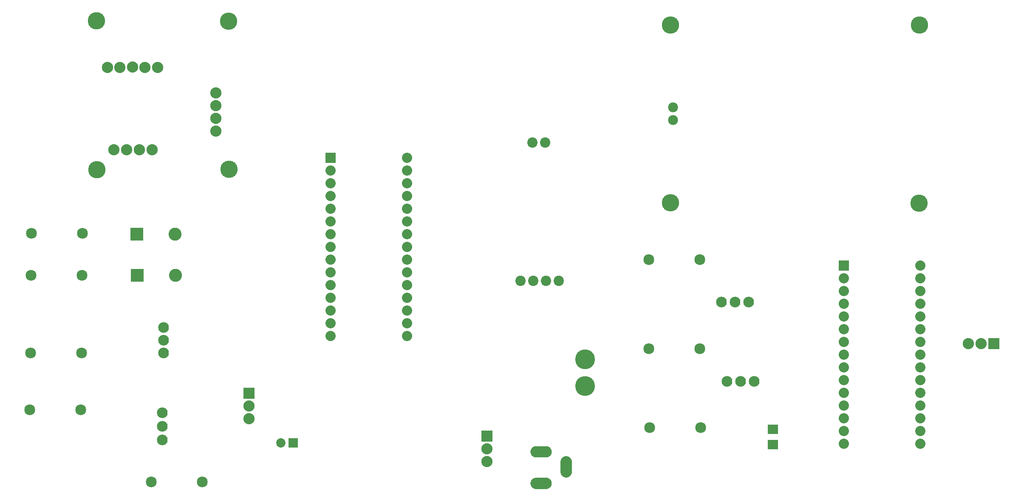
<source format=gts>
G04 MADE WITH FRITZING*
G04 WWW.FRITZING.ORG*
G04 DOUBLE SIDED*
G04 HOLES PLATED*
G04 CONTOUR ON CENTER OF CONTOUR VECTOR*
%ASAXBY*%
%FSLAX23Y23*%
%MOIN*%
%OFA0B0*%
%SFA1.0B1.0*%
%ADD10C,0.072992*%
%ADD11C,0.155600*%
%ADD12C,0.088000*%
%ADD13C,0.102000*%
%ADD14C,0.080000*%
%ADD15C,0.085000*%
%ADD16C,0.084000*%
%ADD17C,0.081195*%
%ADD18C,0.077639*%
%ADD19C,0.088740*%
%ADD20C,0.135984*%
%ADD21R,0.072992X0.072992*%
%ADD22R,0.088000X0.088000*%
%ADD23R,0.084803X0.072992*%
%ADD24R,0.102000X0.102000*%
%ADD25R,0.079972X0.080000*%
%ADD26R,0.001000X0.001000*%
%LNMASK1*%
G90*
G70*
G54D10*
X2250Y507D03*
X2151Y507D03*
G54D11*
X4538Y953D03*
X4538Y1163D03*
G54D12*
X7747Y1286D03*
X7647Y1286D03*
X7547Y1286D03*
X7747Y1286D03*
X7647Y1286D03*
X7547Y1286D03*
G54D13*
X1025Y1821D03*
X1325Y1821D03*
X1022Y2145D03*
X1322Y2145D03*
G54D14*
X6569Y1899D03*
X6569Y1799D03*
X6569Y1699D03*
X6569Y1599D03*
X6569Y1499D03*
X6569Y1399D03*
X6569Y1299D03*
X6569Y1199D03*
X6569Y1099D03*
X6569Y999D03*
X6569Y899D03*
X6569Y799D03*
X6569Y699D03*
X6569Y599D03*
X6569Y499D03*
X7169Y1899D03*
X7169Y1799D03*
X7169Y1699D03*
X7169Y1599D03*
X7169Y1499D03*
X7169Y1399D03*
X7169Y1299D03*
X7169Y1199D03*
X7169Y1099D03*
X7169Y999D03*
X7169Y899D03*
X7169Y799D03*
X7169Y699D03*
X7169Y599D03*
X7169Y499D03*
X2541Y2745D03*
X2541Y2645D03*
X2541Y2545D03*
X2541Y2445D03*
X2541Y2345D03*
X2541Y2245D03*
X2541Y2145D03*
X2541Y2045D03*
X2541Y1945D03*
X2541Y1845D03*
X2541Y1745D03*
X2541Y1645D03*
X2541Y1545D03*
X2541Y1445D03*
X2541Y1345D03*
X3141Y2745D03*
X3141Y2645D03*
X3141Y2545D03*
X3141Y2445D03*
X3141Y2345D03*
X3141Y2245D03*
X3141Y2145D03*
X3141Y2045D03*
X3141Y1945D03*
X3141Y1845D03*
X3141Y1745D03*
X3141Y1645D03*
X3141Y1545D03*
X3141Y1445D03*
X3141Y1345D03*
G54D15*
X183Y764D03*
X583Y764D03*
X193Y1821D03*
X593Y1821D03*
X196Y2153D03*
X596Y2153D03*
X189Y1212D03*
X589Y1212D03*
X5040Y1247D03*
X5440Y1247D03*
X5045Y626D03*
X5445Y626D03*
X5038Y1944D03*
X5438Y1944D03*
X1136Y199D03*
X1536Y199D03*
G54D16*
X5865Y988D03*
X5758Y988D03*
X5651Y988D03*
X5865Y988D03*
X5758Y988D03*
X5651Y988D03*
X5823Y1611D03*
X5716Y1611D03*
X5609Y1611D03*
X5823Y1611D03*
X5716Y1611D03*
X5609Y1611D03*
X1221Y742D03*
X1221Y635D03*
X1221Y528D03*
X1221Y742D03*
X1221Y635D03*
X1221Y528D03*
X1233Y1411D03*
X1233Y1311D03*
X1233Y1211D03*
X1233Y1411D03*
X1233Y1311D03*
X1233Y1211D03*
G54D12*
X1904Y896D03*
X1904Y796D03*
X1904Y696D03*
X843Y2808D03*
X943Y2808D03*
X1043Y2808D03*
X1143Y2808D03*
X1642Y2957D03*
X1642Y3057D03*
X1642Y3157D03*
X1642Y3257D03*
X791Y3457D03*
X889Y3457D03*
X988Y3458D03*
X1086Y3457D03*
X1185Y3457D03*
X3769Y560D03*
X3769Y460D03*
X3769Y360D03*
G54D17*
X4032Y1778D03*
X4132Y1778D03*
X4232Y1778D03*
X4332Y1778D03*
X4125Y2865D03*
X4225Y2865D03*
G54D18*
X5230Y3043D03*
X5230Y3143D03*
G54D19*
X4194Y435D03*
X4194Y187D03*
X4391Y317D03*
X4194Y435D03*
X4194Y187D03*
X4391Y317D03*
G54D20*
X1747Y2654D03*
X708Y2652D03*
X706Y3823D03*
X7161Y3789D03*
X1744Y3819D03*
X5208Y3790D03*
X7158Y2390D03*
X5209Y2392D03*
G54D21*
X2250Y507D03*
G54D22*
X7747Y1286D03*
X7747Y1286D03*
G54D23*
X6012Y613D03*
X6012Y491D03*
G54D24*
X1025Y1821D03*
X1022Y2145D03*
G54D25*
X6569Y1899D03*
X2541Y2745D03*
G54D22*
X1904Y896D03*
X3769Y560D03*
G54D26*
X4149Y479D02*
X4239Y479D01*
X4144Y478D02*
X4244Y478D01*
X4141Y477D02*
X4248Y477D01*
X4138Y476D02*
X4250Y476D01*
X4136Y475D02*
X4252Y475D01*
X4134Y474D02*
X4255Y474D01*
X4133Y473D02*
X4256Y473D01*
X4131Y472D02*
X4258Y472D01*
X4130Y471D02*
X4259Y471D01*
X4128Y470D02*
X4261Y470D01*
X4127Y469D02*
X4262Y469D01*
X4126Y468D02*
X4263Y468D01*
X4125Y467D02*
X4264Y467D01*
X4124Y466D02*
X4265Y466D01*
X4123Y465D02*
X4266Y465D01*
X4122Y464D02*
X4267Y464D01*
X4121Y463D02*
X4268Y463D01*
X4120Y462D02*
X4268Y462D01*
X4120Y461D02*
X4269Y461D01*
X4119Y460D02*
X4270Y460D01*
X4118Y459D02*
X4271Y459D01*
X4118Y458D02*
X4271Y458D01*
X4117Y457D02*
X4272Y457D01*
X4116Y456D02*
X4272Y456D01*
X4116Y455D02*
X4273Y455D01*
X4116Y454D02*
X4273Y454D01*
X4115Y453D02*
X4274Y453D01*
X4115Y452D02*
X4274Y452D01*
X4114Y451D02*
X4275Y451D01*
X4114Y450D02*
X4275Y450D01*
X4113Y449D02*
X4189Y449D01*
X4200Y449D02*
X4275Y449D01*
X4113Y448D02*
X4187Y448D01*
X4202Y448D02*
X4276Y448D01*
X4113Y447D02*
X4185Y447D01*
X4204Y447D02*
X4276Y447D01*
X4113Y446D02*
X4184Y446D01*
X4205Y446D02*
X4276Y446D01*
X4112Y445D02*
X4183Y445D01*
X4206Y445D02*
X4276Y445D01*
X4112Y444D02*
X4182Y444D01*
X4207Y444D02*
X4277Y444D01*
X4112Y443D02*
X4181Y443D01*
X4207Y443D02*
X4277Y443D01*
X4112Y442D02*
X4181Y442D01*
X4208Y442D02*
X4277Y442D01*
X4112Y441D02*
X4180Y441D01*
X4208Y441D02*
X4277Y441D01*
X4111Y440D02*
X4180Y440D01*
X4209Y440D02*
X4277Y440D01*
X4111Y439D02*
X4180Y439D01*
X4209Y439D02*
X4277Y439D01*
X4111Y438D02*
X4179Y438D01*
X4209Y438D02*
X4277Y438D01*
X4111Y437D02*
X4179Y437D01*
X4209Y437D02*
X4278Y437D01*
X4111Y436D02*
X4179Y436D01*
X4210Y436D02*
X4278Y436D01*
X4111Y435D02*
X4179Y435D01*
X4210Y435D02*
X4278Y435D01*
X4111Y434D02*
X4179Y434D01*
X4209Y434D02*
X4278Y434D01*
X4111Y433D02*
X4179Y433D01*
X4209Y433D02*
X4278Y433D01*
X4111Y432D02*
X4180Y432D01*
X4209Y432D02*
X4277Y432D01*
X4111Y431D02*
X4180Y431D01*
X4209Y431D02*
X4277Y431D01*
X4112Y430D02*
X4180Y430D01*
X4209Y430D02*
X4277Y430D01*
X4112Y429D02*
X4181Y429D01*
X4208Y429D02*
X4277Y429D01*
X4112Y428D02*
X4181Y428D01*
X4208Y428D02*
X4277Y428D01*
X4112Y427D02*
X4182Y427D01*
X4207Y427D02*
X4277Y427D01*
X4112Y426D02*
X4182Y426D01*
X4206Y426D02*
X4277Y426D01*
X4112Y425D02*
X4183Y425D01*
X4205Y425D02*
X4276Y425D01*
X4113Y424D02*
X4184Y424D01*
X4204Y424D02*
X4276Y424D01*
X4113Y423D02*
X4186Y423D01*
X4203Y423D02*
X4276Y423D01*
X4113Y422D02*
X4187Y422D01*
X4201Y422D02*
X4276Y422D01*
X4114Y421D02*
X4190Y421D01*
X4199Y421D02*
X4275Y421D01*
X4114Y420D02*
X4275Y420D01*
X4114Y419D02*
X4274Y419D01*
X4115Y418D02*
X4274Y418D01*
X4115Y417D02*
X4274Y417D01*
X4116Y416D02*
X4273Y416D01*
X4116Y415D02*
X4273Y415D01*
X4117Y414D02*
X4272Y414D01*
X4117Y413D02*
X4272Y413D01*
X4118Y412D02*
X4271Y412D01*
X4118Y411D02*
X4270Y411D01*
X4119Y410D02*
X4270Y410D01*
X4120Y409D02*
X4269Y409D01*
X4121Y408D02*
X4268Y408D01*
X4121Y407D02*
X4268Y407D01*
X4122Y406D02*
X4267Y406D01*
X4123Y405D02*
X4266Y405D01*
X4124Y404D02*
X4265Y404D01*
X4125Y403D02*
X4264Y403D01*
X4126Y402D02*
X4263Y402D01*
X4127Y401D02*
X4262Y401D01*
X4129Y400D02*
X4260Y400D01*
X4384Y400D02*
X4399Y400D01*
X4130Y399D02*
X4259Y399D01*
X4380Y399D02*
X4403Y399D01*
X4131Y398D02*
X4257Y398D01*
X4377Y398D02*
X4406Y398D01*
X4133Y397D02*
X4256Y397D01*
X4374Y397D02*
X4408Y397D01*
X4135Y396D02*
X4254Y396D01*
X4372Y396D02*
X4410Y396D01*
X4137Y395D02*
X4252Y395D01*
X4370Y395D02*
X4412Y395D01*
X4139Y394D02*
X4250Y394D01*
X4368Y394D02*
X4414Y394D01*
X4142Y393D02*
X4247Y393D01*
X4367Y393D02*
X4416Y393D01*
X4146Y392D02*
X4243Y392D01*
X4365Y392D02*
X4417Y392D01*
X4151Y391D02*
X4237Y391D01*
X4364Y391D02*
X4418Y391D01*
X4363Y390D02*
X4420Y390D01*
X4362Y389D02*
X4421Y389D01*
X4361Y388D02*
X4422Y388D01*
X4360Y387D02*
X4423Y387D01*
X4359Y386D02*
X4424Y386D01*
X4358Y385D02*
X4425Y385D01*
X4357Y384D02*
X4425Y384D01*
X4356Y383D02*
X4426Y383D01*
X4356Y382D02*
X4427Y382D01*
X4355Y381D02*
X4428Y381D01*
X4354Y380D02*
X4428Y380D01*
X4354Y379D02*
X4429Y379D01*
X4353Y378D02*
X4429Y378D01*
X4353Y377D02*
X4430Y377D01*
X4352Y376D02*
X4430Y376D01*
X4352Y375D02*
X4431Y375D01*
X4351Y374D02*
X4431Y374D01*
X4351Y373D02*
X4432Y373D01*
X4350Y372D02*
X4432Y372D01*
X4350Y371D02*
X4433Y371D01*
X4350Y370D02*
X4433Y370D01*
X4349Y369D02*
X4433Y369D01*
X4349Y368D02*
X4433Y368D01*
X4349Y367D02*
X4434Y367D01*
X4349Y366D02*
X4434Y366D01*
X4348Y365D02*
X4434Y365D01*
X4348Y364D02*
X4434Y364D01*
X4348Y363D02*
X4435Y363D01*
X4348Y362D02*
X4435Y362D01*
X4348Y361D02*
X4435Y361D01*
X4348Y360D02*
X4435Y360D01*
X4348Y359D02*
X4435Y359D01*
X4347Y358D02*
X4435Y358D01*
X4347Y357D02*
X4435Y357D01*
X4347Y356D02*
X4435Y356D01*
X4347Y355D02*
X4435Y355D01*
X4347Y354D02*
X4435Y354D01*
X4347Y353D02*
X4435Y353D01*
X4347Y352D02*
X4435Y352D01*
X4347Y351D02*
X4435Y351D01*
X4347Y350D02*
X4435Y350D01*
X4347Y349D02*
X4435Y349D01*
X4347Y348D02*
X4435Y348D01*
X4347Y347D02*
X4435Y347D01*
X4347Y346D02*
X4435Y346D01*
X4347Y345D02*
X4435Y345D01*
X4347Y344D02*
X4435Y344D01*
X4347Y343D02*
X4435Y343D01*
X4347Y342D02*
X4435Y342D01*
X4347Y341D02*
X4435Y341D01*
X4347Y340D02*
X4435Y340D01*
X4347Y339D02*
X4435Y339D01*
X4347Y338D02*
X4435Y338D01*
X4347Y337D02*
X4435Y337D01*
X4347Y336D02*
X4435Y336D01*
X4347Y335D02*
X4435Y335D01*
X4347Y334D02*
X4435Y334D01*
X4347Y333D02*
X4435Y333D01*
X4347Y332D02*
X4435Y332D01*
X4347Y331D02*
X4386Y331D01*
X4396Y331D02*
X4435Y331D01*
X4347Y330D02*
X4384Y330D01*
X4399Y330D02*
X4435Y330D01*
X4347Y329D02*
X4382Y329D01*
X4400Y329D02*
X4435Y329D01*
X4347Y328D02*
X4381Y328D01*
X4401Y328D02*
X4435Y328D01*
X4347Y327D02*
X4380Y327D01*
X4402Y327D02*
X4435Y327D01*
X4347Y326D02*
X4379Y326D01*
X4403Y326D02*
X4435Y326D01*
X4347Y325D02*
X4378Y325D01*
X4404Y325D02*
X4435Y325D01*
X4347Y324D02*
X4378Y324D01*
X4405Y324D02*
X4435Y324D01*
X4347Y323D02*
X4377Y323D01*
X4405Y323D02*
X4435Y323D01*
X4347Y322D02*
X4377Y322D01*
X4406Y322D02*
X4435Y322D01*
X4347Y321D02*
X4377Y321D01*
X4406Y321D02*
X4435Y321D01*
X4347Y320D02*
X4376Y320D01*
X4406Y320D02*
X4435Y320D01*
X4347Y319D02*
X4376Y319D01*
X4406Y319D02*
X4435Y319D01*
X4347Y318D02*
X4376Y318D01*
X4406Y318D02*
X4435Y318D01*
X4347Y317D02*
X4376Y317D01*
X4406Y317D02*
X4435Y317D01*
X4347Y316D02*
X4376Y316D01*
X4406Y316D02*
X4435Y316D01*
X4347Y315D02*
X4376Y315D01*
X4406Y315D02*
X4435Y315D01*
X4347Y314D02*
X4376Y314D01*
X4406Y314D02*
X4435Y314D01*
X4347Y313D02*
X4377Y313D01*
X4406Y313D02*
X4435Y313D01*
X4347Y312D02*
X4377Y312D01*
X4406Y312D02*
X4435Y312D01*
X4347Y311D02*
X4377Y311D01*
X4405Y311D02*
X4435Y311D01*
X4347Y310D02*
X4378Y310D01*
X4405Y310D02*
X4435Y310D01*
X4347Y309D02*
X4378Y309D01*
X4404Y309D02*
X4435Y309D01*
X4347Y308D02*
X4379Y308D01*
X4403Y308D02*
X4435Y308D01*
X4347Y307D02*
X4380Y307D01*
X4402Y307D02*
X4435Y307D01*
X4347Y306D02*
X4381Y306D01*
X4401Y306D02*
X4435Y306D01*
X4347Y305D02*
X4382Y305D01*
X4400Y305D02*
X4435Y305D01*
X4347Y304D02*
X4384Y304D01*
X4399Y304D02*
X4435Y304D01*
X4347Y303D02*
X4386Y303D01*
X4396Y303D02*
X4435Y303D01*
X4347Y302D02*
X4435Y302D01*
X4347Y301D02*
X4435Y301D01*
X4347Y300D02*
X4435Y300D01*
X4347Y299D02*
X4435Y299D01*
X4347Y298D02*
X4435Y298D01*
X4347Y297D02*
X4435Y297D01*
X4347Y296D02*
X4435Y296D01*
X4347Y295D02*
X4435Y295D01*
X4347Y294D02*
X4435Y294D01*
X4347Y293D02*
X4435Y293D01*
X4347Y292D02*
X4435Y292D01*
X4347Y291D02*
X4435Y291D01*
X4347Y290D02*
X4435Y290D01*
X4347Y289D02*
X4435Y289D01*
X4347Y288D02*
X4435Y288D01*
X4347Y287D02*
X4435Y287D01*
X4347Y286D02*
X4435Y286D01*
X4347Y285D02*
X4435Y285D01*
X4347Y284D02*
X4435Y284D01*
X4347Y283D02*
X4435Y283D01*
X4347Y282D02*
X4435Y282D01*
X4347Y281D02*
X4435Y281D01*
X4347Y280D02*
X4435Y280D01*
X4347Y279D02*
X4435Y279D01*
X4347Y278D02*
X4435Y278D01*
X4347Y277D02*
X4435Y277D01*
X4347Y276D02*
X4435Y276D01*
X4348Y275D02*
X4435Y275D01*
X4348Y274D02*
X4435Y274D01*
X4348Y273D02*
X4435Y273D01*
X4348Y272D02*
X4435Y272D01*
X4348Y271D02*
X4435Y271D01*
X4348Y270D02*
X4434Y270D01*
X4348Y269D02*
X4434Y269D01*
X4349Y268D02*
X4434Y268D01*
X4349Y267D02*
X4434Y267D01*
X4349Y266D02*
X4433Y266D01*
X4349Y265D02*
X4433Y265D01*
X4350Y264D02*
X4433Y264D01*
X4350Y263D02*
X4432Y263D01*
X4350Y262D02*
X4432Y262D01*
X4351Y261D02*
X4432Y261D01*
X4351Y260D02*
X4431Y260D01*
X4352Y259D02*
X4431Y259D01*
X4352Y258D02*
X4430Y258D01*
X4353Y257D02*
X4430Y257D01*
X4353Y256D02*
X4429Y256D01*
X4354Y255D02*
X4429Y255D01*
X4354Y254D02*
X4428Y254D01*
X4355Y253D02*
X4428Y253D01*
X4356Y252D02*
X4427Y252D01*
X4356Y251D02*
X4426Y251D01*
X4357Y250D02*
X4425Y250D01*
X4358Y249D02*
X4425Y249D01*
X4359Y248D02*
X4424Y248D01*
X4360Y247D02*
X4423Y247D01*
X4361Y246D02*
X4422Y246D01*
X4362Y245D02*
X4421Y245D01*
X4363Y244D02*
X4420Y244D01*
X4364Y243D02*
X4418Y243D01*
X4365Y242D02*
X4417Y242D01*
X4367Y241D02*
X4416Y241D01*
X4368Y240D02*
X4414Y240D01*
X4370Y239D02*
X4412Y239D01*
X4372Y238D02*
X4410Y238D01*
X4374Y237D02*
X4408Y237D01*
X4377Y236D02*
X4406Y236D01*
X4380Y235D02*
X4403Y235D01*
X4384Y234D02*
X4398Y234D01*
X4150Y231D02*
X4239Y231D01*
X4145Y230D02*
X4244Y230D01*
X4141Y229D02*
X4248Y229D01*
X4139Y228D02*
X4250Y228D01*
X4136Y227D02*
X4252Y227D01*
X4134Y226D02*
X4254Y226D01*
X4133Y225D02*
X4256Y225D01*
X4131Y224D02*
X4258Y224D01*
X4130Y223D02*
X4259Y223D01*
X4128Y222D02*
X4261Y222D01*
X4127Y221D02*
X4262Y221D01*
X4126Y220D02*
X4263Y220D01*
X4125Y219D02*
X4264Y219D01*
X4124Y218D02*
X4265Y218D01*
X4123Y217D02*
X4266Y217D01*
X4122Y216D02*
X4267Y216D01*
X4121Y215D02*
X4268Y215D01*
X4120Y214D02*
X4268Y214D01*
X4120Y213D02*
X4269Y213D01*
X4119Y212D02*
X4270Y212D01*
X4118Y211D02*
X4271Y211D01*
X4118Y210D02*
X4271Y210D01*
X4117Y209D02*
X4272Y209D01*
X4116Y208D02*
X4272Y208D01*
X4116Y207D02*
X4273Y207D01*
X4116Y206D02*
X4273Y206D01*
X4115Y205D02*
X4274Y205D01*
X4115Y204D02*
X4274Y204D01*
X4114Y203D02*
X4275Y203D01*
X4114Y202D02*
X4275Y202D01*
X4113Y201D02*
X4189Y201D01*
X4200Y201D02*
X4275Y201D01*
X4113Y200D02*
X4187Y200D01*
X4202Y200D02*
X4276Y200D01*
X4113Y199D02*
X4185Y199D01*
X4204Y199D02*
X4276Y199D01*
X4113Y198D02*
X4184Y198D01*
X4205Y198D02*
X4276Y198D01*
X4112Y197D02*
X4183Y197D01*
X4206Y197D02*
X4276Y197D01*
X4112Y196D02*
X4182Y196D01*
X4207Y196D02*
X4277Y196D01*
X4112Y195D02*
X4181Y195D01*
X4207Y195D02*
X4277Y195D01*
X4112Y194D02*
X4181Y194D01*
X4208Y194D02*
X4277Y194D01*
X4112Y193D02*
X4180Y193D01*
X4208Y193D02*
X4277Y193D01*
X4111Y192D02*
X4180Y192D01*
X4209Y192D02*
X4277Y192D01*
X4111Y191D02*
X4180Y191D01*
X4209Y191D02*
X4277Y191D01*
X4111Y190D02*
X4179Y190D01*
X4209Y190D02*
X4277Y190D01*
X4111Y189D02*
X4179Y189D01*
X4209Y189D02*
X4278Y189D01*
X4111Y188D02*
X4179Y188D01*
X4209Y188D02*
X4278Y188D01*
X4111Y187D02*
X4179Y187D01*
X4210Y187D02*
X4278Y187D01*
X4111Y186D02*
X4179Y186D01*
X4209Y186D02*
X4278Y186D01*
X4111Y185D02*
X4179Y185D01*
X4209Y185D02*
X4278Y185D01*
X4111Y184D02*
X4180Y184D01*
X4209Y184D02*
X4277Y184D01*
X4111Y183D02*
X4180Y183D01*
X4209Y183D02*
X4277Y183D01*
X4112Y182D02*
X4180Y182D01*
X4209Y182D02*
X4277Y182D01*
X4112Y181D02*
X4180Y181D01*
X4208Y181D02*
X4277Y181D01*
X4112Y180D02*
X4181Y180D01*
X4208Y180D02*
X4277Y180D01*
X4112Y179D02*
X4182Y179D01*
X4207Y179D02*
X4277Y179D01*
X4112Y178D02*
X4182Y178D01*
X4206Y178D02*
X4277Y178D01*
X4112Y177D02*
X4183Y177D01*
X4206Y177D02*
X4276Y177D01*
X4113Y176D02*
X4184Y176D01*
X4204Y176D02*
X4276Y176D01*
X4113Y175D02*
X4186Y175D01*
X4203Y175D02*
X4276Y175D01*
X4113Y174D02*
X4187Y174D01*
X4202Y174D02*
X4276Y174D01*
X4114Y173D02*
X4190Y173D01*
X4199Y173D02*
X4275Y173D01*
X4114Y172D02*
X4275Y172D01*
X4114Y171D02*
X4274Y171D01*
X4115Y170D02*
X4274Y170D01*
X4115Y169D02*
X4274Y169D01*
X4116Y168D02*
X4273Y168D01*
X4116Y167D02*
X4273Y167D01*
X4117Y166D02*
X4272Y166D01*
X4117Y165D02*
X4272Y165D01*
X4118Y164D02*
X4271Y164D01*
X4118Y163D02*
X4270Y163D01*
X4119Y162D02*
X4270Y162D01*
X4120Y161D02*
X4269Y161D01*
X4120Y160D02*
X4268Y160D01*
X4121Y159D02*
X4268Y159D01*
X4122Y158D02*
X4267Y158D01*
X4123Y157D02*
X4266Y157D01*
X4124Y156D02*
X4265Y156D01*
X4125Y155D02*
X4264Y155D01*
X4126Y154D02*
X4263Y154D01*
X4127Y153D02*
X4262Y153D01*
X4129Y152D02*
X4260Y152D01*
X4130Y151D02*
X4259Y151D01*
X4131Y150D02*
X4257Y150D01*
X4133Y149D02*
X4256Y149D01*
X4135Y148D02*
X4254Y148D01*
X4137Y147D02*
X4252Y147D01*
X4139Y146D02*
X4250Y146D01*
X4142Y145D02*
X4247Y145D01*
X4145Y144D02*
X4243Y144D01*
X4151Y143D02*
X4238Y143D01*
D02*
G04 End of Mask1*
M02*
</source>
